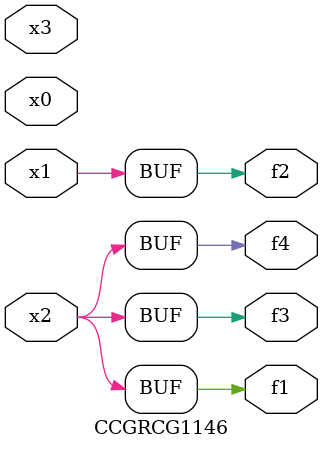
<source format=v>
module CCGRCG1146(
	input x0, x1, x2, x3,
	output f1, f2, f3, f4
);
	assign f1 = x2;
	assign f2 = x1;
	assign f3 = x2;
	assign f4 = x2;
endmodule

</source>
